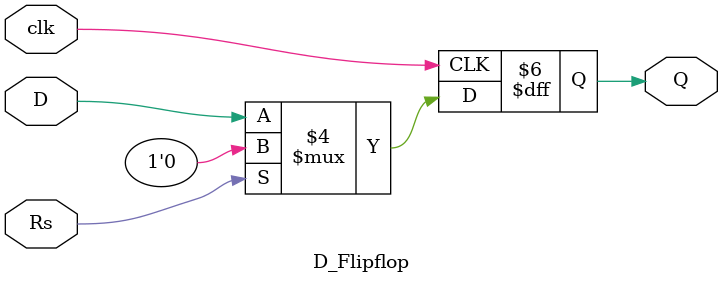
<source format=v>
`timescale 1ns / 1ps


module D_Flipflop(D,clk,Rs,Q);
input D; // Data input 
input clk; // clock input 
input Rs; // synchronous reset 
output reg Q; // output Q 
always @(posedge clk) 
    begin
        if(Rs==1'b1)
             Q <= 1'b0; 
        else 
             Q <= D; 
    end 
endmodule

</source>
